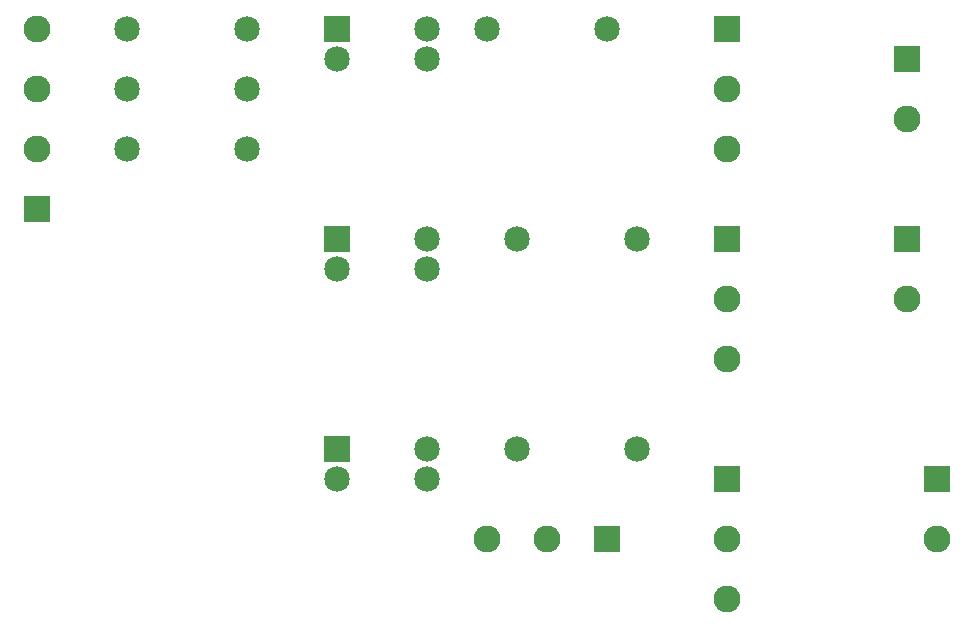
<source format=gbs>
G04 MADE WITH FRITZING*
G04 WWW.FRITZING.ORG*
G04 DOUBLE SIDED*
G04 HOLES PLATED*
G04 CONTOUR ON CENTER OF CONTOUR VECTOR*
%ASAXBY*%
%FSLAX23Y23*%
%MOIN*%
%OFA0B0*%
%SFA1.0B1.0*%
%ADD10C,0.085000*%
%ADD11C,0.090000*%
%ADD12R,0.085000X0.085000*%
%ADD13R,0.090000X0.090000*%
%ADD14R,0.089986X0.090000*%
%LNMASK0*%
G90*
G70*
G54D10*
X1186Y2040D03*
X1486Y2040D03*
X1186Y1940D03*
X1486Y1940D03*
X1186Y1340D03*
X1486Y1340D03*
X1186Y1240D03*
X1486Y1240D03*
X1186Y640D03*
X1486Y640D03*
X1186Y540D03*
X1486Y540D03*
X1786Y640D03*
X2186Y640D03*
X1786Y1340D03*
X2186Y1340D03*
X1686Y2040D03*
X2086Y2040D03*
X486Y2040D03*
X886Y2040D03*
X486Y1840D03*
X886Y1840D03*
X486Y1640D03*
X886Y1640D03*
G54D11*
X186Y1640D03*
X186Y1840D03*
X186Y2040D03*
X186Y1440D03*
X3086Y1940D03*
X3086Y1740D03*
X3186Y540D03*
X3186Y340D03*
X3086Y1340D03*
X3086Y1140D03*
X1886Y340D03*
X1686Y340D03*
X2086Y340D03*
X2486Y1840D03*
X2486Y1640D03*
X2486Y2040D03*
X2486Y1140D03*
X2486Y940D03*
X2486Y1340D03*
X2486Y340D03*
X2486Y140D03*
X2486Y540D03*
G54D12*
X1186Y2040D03*
X1186Y1340D03*
X1186Y640D03*
G54D13*
X186Y1440D03*
G54D14*
X3086Y1940D03*
X3186Y540D03*
X3086Y1340D03*
G54D13*
X2086Y340D03*
X2486Y2040D03*
X2486Y1340D03*
X2486Y540D03*
G04 End of Mask0*
M02*
</source>
